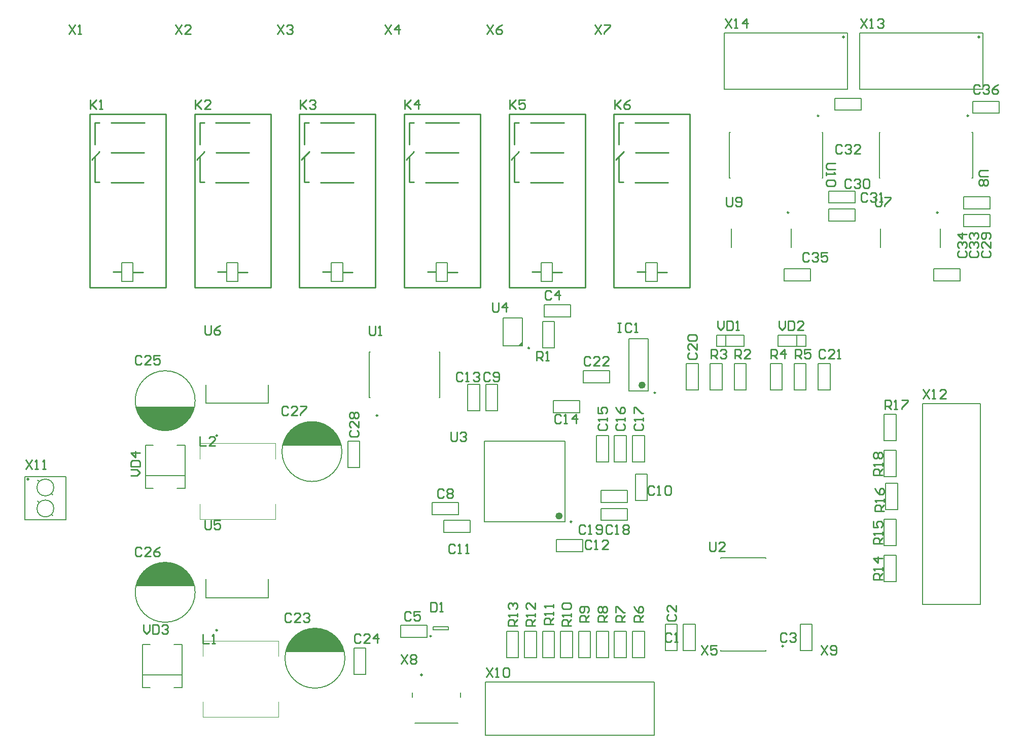
<source format=gbr>
%TF.GenerationSoftware,Altium Limited,Altium Designer,22.4.2 (48)*%
G04 Layer_Color=65535*
%FSLAX45Y45*%
%MOMM*%
%TF.SameCoordinates,A0FECCF5-906F-4CEA-98AF-48209DEEDFB4*%
%TF.FilePolarity,Positive*%
%TF.FileFunction,Legend,Top*%
%TF.Part,Single*%
G01*
G75*
%TA.AperFunction,NonConductor*%
%ADD45C,0.25000*%
%ADD46C,0.20000*%
%ADD47C,0.60000*%
%TA.AperFunction,OtherPad,Free Pad (160.826mm,116.706mm)*%
%ADD48C,0.50000*%
%TA.AperFunction,OtherPad,Free Pad (138.209mm,116.706mm)*%
%ADD49C,0.50000*%
%TA.AperFunction,OtherPad,Free Pad (2.1mm,42.85mm)*%
%ADD50C,0.50000*%
%TA.AperFunction,OtherPad,Free Pad (67.8mm,10.25mm)*%
%ADD51C,0.50000*%
%TA.AperFunction,NonConductor*%
%ADD52C,0.25400*%
%ADD53C,0.10000*%
G36*
X2990000Y2500000D02*
X2010000D01*
X2025000Y2560000D01*
X2050000Y2617500D01*
X2085000Y2680000D01*
X2120000Y2725000D01*
X2182500Y2787500D01*
X2240000Y2827500D01*
X2342500Y2877500D01*
X2435000Y2897500D01*
X2545000Y2900000D01*
X2617500Y2887500D01*
X2682500Y2867500D01*
X2762500Y2827500D01*
X2827500Y2777500D01*
X2895000Y2707500D01*
X2940000Y2635000D01*
X2985000Y2527500D01*
X2990000Y2502500D01*
Y2500000D01*
D02*
G37*
G36*
X2010000Y5500000D02*
X2990000D01*
X2975000Y5440000D01*
X2950000Y5382500D01*
X2915000Y5320000D01*
X2880000Y5275000D01*
X2817500Y5212500D01*
X2760000Y5172500D01*
X2657500Y5122500D01*
X2565000Y5102500D01*
X2455000Y5100000D01*
X2382500Y5112500D01*
X2317500Y5132500D01*
X2237500Y5172500D01*
X2172500Y5222500D01*
X2105000Y5292500D01*
X2060000Y5365000D01*
X2015000Y5472500D01*
X2010000Y5497500D01*
Y5500000D01*
D02*
G37*
G36*
X5490000Y1400000D02*
X4510000D01*
X4525000Y1460000D01*
X4550000Y1517500D01*
X4585000Y1580000D01*
X4620000Y1625000D01*
X4682500Y1687500D01*
X4740000Y1727500D01*
X4842500Y1777500D01*
X4935000Y1797500D01*
X5045000Y1800000D01*
X5117500Y1787500D01*
X5182500Y1767500D01*
X5262500Y1727500D01*
X5327500Y1677500D01*
X5395000Y1607500D01*
X5440000Y1535000D01*
X5485000Y1427500D01*
X5490000Y1402500D01*
Y1400000D01*
D02*
G37*
G36*
X5440000Y4850000D02*
X4460000D01*
X4475000Y4910000D01*
X4500000Y4967500D01*
X4535000Y5030000D01*
X4570000Y5075000D01*
X4632500Y5137500D01*
X4690000Y5177500D01*
X4792500Y5227500D01*
X4885000Y5247500D01*
X4995000Y5250000D01*
X5067500Y5237500D01*
X5132500Y5217500D01*
X5212500Y5177500D01*
X5277500Y5127500D01*
X5345000Y5057500D01*
X5390000Y4985000D01*
X5435000Y4877500D01*
X5440000Y4852500D01*
Y4850000D01*
D02*
G37*
G36*
X8459500Y6517500D02*
X8459497Y6589497D01*
X8387497Y6517497D01*
X8459500Y6517500D01*
D02*
G37*
D45*
X12820000Y1501500D02*
G03*
X12820000Y1501500I-12500J0D01*
G01*
X15401334Y8741651D02*
G03*
X15401334Y8741651I-12500J0D01*
G01*
X12911298D02*
G03*
X12911298Y8741651I-12500J0D01*
G01*
X15911000Y10357500D02*
G03*
X15911000Y10357500I-12500J0D01*
G01*
X13411000D02*
G03*
X13411000Y10357500I-12500J0D01*
G01*
X8582000Y6480000D02*
G03*
X8582000Y6480000I-12500J0D01*
G01*
X10685000Y5734000D02*
G03*
X10685000Y5734000I-12500J0D01*
G01*
X9287500Y3580000D02*
G03*
X9287500Y3580000I-12500J0D01*
G01*
X6048000Y5352500D02*
G03*
X6048000Y5352500I-12500J0D01*
G01*
X3372000Y5017500D02*
G03*
X3372000Y5017500I-12500J0D01*
G01*
Y1767500D02*
G03*
X3372000Y1767500I-12500J0D01*
G01*
X6942500Y1670000D02*
G03*
X6942500Y1670000I-12500J0D01*
G01*
D46*
X3000000Y5600000D02*
G03*
X3000000Y5600000I-500000J0D01*
G01*
X640000Y3800000D02*
G03*
X640000Y3800000I-140000J0D01*
G01*
Y4150000D02*
G03*
X640000Y4150000I-140000J0D01*
G01*
X5500000Y1300000D02*
G03*
X5500000Y1300000I-500000J0D01*
G01*
X3000000Y2400000D02*
G03*
X3000000Y2400000I-500000J0D01*
G01*
X5450000Y4750000D02*
G03*
X5450000Y4750000I-500000J0D01*
G01*
X11770000Y1420000D02*
X12530000D01*
X11770000Y2966000D02*
Y2980000D01*
Y1420000D02*
Y1434000D01*
Y2980000D02*
X12530000D01*
Y2966000D02*
Y2980000D01*
Y1420000D02*
Y1434000D01*
X10713901Y7589000D02*
Y7906502D01*
X10523901Y7589000D02*
Y7906502D01*
X10713901D01*
X10523901Y7589000D02*
X10713901D01*
X16271234Y8505474D02*
Y8705474D01*
X15831235Y8505474D02*
Y8705474D01*
Y8505474D02*
X16271234D01*
X15831235Y8705474D02*
X16271234D01*
Y8805474D02*
Y9005474D01*
X15831235Y8805474D02*
Y9005474D01*
Y8805474D02*
X16271234D01*
X15831235Y9005474D02*
X16271234D01*
X14020000Y8600000D02*
Y8800000D01*
X13580000Y8600000D02*
Y8800000D01*
Y8600000D02*
X14020000D01*
X13580000Y8800000D02*
X14020000D01*
X15439334Y8159151D02*
Y8474151D01*
X14439334Y8159151D02*
Y8474151D01*
X12949297Y8159151D02*
Y8474151D01*
X11949297Y8159151D02*
Y8474151D01*
X13680000Y10650000D02*
X14120000D01*
X13680000Y10450000D02*
X14120000D01*
X13680000D02*
Y10650000D01*
X14120000Y10450000D02*
Y10650000D01*
X15980000Y10600000D02*
X16420000D01*
X15980000Y10400000D02*
X16420000D01*
X15980000D02*
Y10600000D01*
X16420000Y10400000D02*
Y10600000D01*
X15330000Y7800000D02*
X15770000D01*
X15330000Y7600000D02*
X15770000D01*
X15330000D02*
Y7800000D01*
X15770000Y7600000D02*
Y7800000D01*
X12830000D02*
X13270000D01*
X12830000Y7600000D02*
X13270000D01*
X12830000D02*
Y7800000D01*
X13270000Y7600000D02*
Y7800000D01*
X13580000Y9100000D02*
X14020000D01*
X13580000Y8900000D02*
X14020000D01*
X13580000D02*
Y9100000D01*
X14020000Y8900000D02*
Y9100000D01*
X15980000Y9320000D02*
Y10080000D01*
X14420000Y9320000D02*
X14434000D01*
X15966000D02*
X15980000D01*
X14420000D02*
Y10080000D01*
X14434000D01*
X15966000D02*
X15980000D01*
X13480000Y9320000D02*
Y10080000D01*
X11920000Y9320000D02*
X11934000D01*
X13466000D02*
X13480000D01*
X11920000D02*
Y10080000D01*
X11934000D01*
X13466000D02*
X13480000D01*
X8830000Y7000000D02*
Y7200000D01*
X9270000Y7000000D02*
Y7200000D01*
X8830000D02*
X9270000D01*
X8830000Y7000000D02*
X9270000D01*
X8800000Y6480000D02*
Y6920000D01*
X9000000Y6480000D02*
Y6920000D01*
X8800000Y6480000D02*
X9000000D01*
X8800000Y6920000D02*
X9000000D01*
X16150127Y10803082D02*
Y11740582D01*
X14092627D02*
X16150127D01*
X14092627Y10803082D02*
Y11740582D01*
Y10803082D02*
X16150127D01*
X13888419D02*
Y11740582D01*
X11830919D02*
X13888419D01*
X11830919Y10803082D02*
Y11740582D01*
Y10803082D02*
X13888419D01*
X15140401Y2196600D02*
X16105600D01*
Y5549400D01*
X15140401D02*
X16105600D01*
X15140401Y2196600D02*
Y5549400D01*
X8139500Y6980000D02*
X8459500D01*
X8139500Y6517500D02*
Y6980000D01*
Y6517500D02*
X8459500D01*
Y6980000D01*
X6430000Y1650000D02*
X6870000D01*
X6430000Y1850000D02*
X6870000D01*
Y1650000D02*
Y1850000D01*
X6430000Y1650000D02*
Y1850000D01*
X9700000Y5020000D02*
X9900000D01*
X9700000Y4580000D02*
X9900000D01*
Y5020000D01*
X9700000Y4580000D02*
Y5020000D01*
X10000000D02*
X10200000D01*
X10000000Y4580000D02*
X10200000D01*
Y5020000D01*
X10000000Y4580000D02*
Y5020000D01*
X10300000D02*
X10500000D01*
X10300000Y4580000D02*
X10500000D01*
Y5020000D01*
X10300000Y4580000D02*
Y5020000D01*
X10350000Y3930000D02*
X10550000D01*
X10350000Y4370000D02*
X10550000D01*
X10350000Y3930000D02*
Y4370000D01*
X10550000Y3930000D02*
Y4370000D01*
X7550000Y5870000D02*
X7750000D01*
X7550000Y5430000D02*
X7750000D01*
Y5870000D01*
X7550000Y5430000D02*
Y5870000D01*
X5550000Y4480000D02*
Y4920000D01*
X5750000Y4480000D02*
Y4920000D01*
X5550000Y4480000D02*
X5750000D01*
X5550000Y4920000D02*
X5750000D01*
X2170000Y4860000D02*
X2300000D01*
X2170000Y4140000D02*
Y4860000D01*
Y4140000D02*
X2300000D01*
X2700000D02*
X2830000D01*
Y4860000D01*
X2700000D02*
X2830000D01*
X2170000Y4350000D02*
X2830000D01*
X10240000Y6637500D02*
X10560000D01*
X10240000Y5762500D02*
X10560000D01*
X10240000D02*
Y6637500D01*
X10560000Y5762500D02*
Y6637500D01*
X9175000Y3575000D02*
Y4925000D01*
X7825000Y3575000D02*
Y4925000D01*
Y3575000D02*
X9175000D01*
X7825000Y4925000D02*
X9175000D01*
X10220000Y3600000D02*
Y3800000D01*
X9780000Y3600000D02*
Y3800000D01*
Y3600000D02*
X10220000D01*
X9780000Y3800000D02*
X10220000D01*
Y3900000D02*
Y4100000D01*
X9780000Y3900000D02*
Y4100000D01*
Y3900000D02*
X10220000D01*
X9780000Y4100000D02*
X10220000D01*
X9420000Y5400000D02*
Y5600000D01*
X8980000Y5400000D02*
Y5600000D01*
Y5400000D02*
X9420000D01*
X8980000Y5600000D02*
X9420000D01*
X9470682Y3079199D02*
Y3279199D01*
X9030682Y3079199D02*
Y3279199D01*
Y3079199D02*
X9470682D01*
X9030682Y3279199D02*
X9470682D01*
X7595000Y3400000D02*
Y3600000D01*
X7155000Y3400000D02*
Y3600000D01*
Y3400000D02*
X7595000D01*
X7155000Y3600000D02*
X7595000D01*
X7850000Y5870000D02*
X8050000D01*
X7850000Y5430000D02*
X8050000D01*
Y5870000D01*
X7850000Y5430000D02*
Y5870000D01*
X6955000Y3700000D02*
Y3900000D01*
X7395000Y3700000D02*
Y3900000D01*
X6955000D02*
X7395000D01*
X6955000Y3700000D02*
X7395000D01*
X11150000Y1430000D02*
Y1870000D01*
X11350000Y1430000D02*
Y1870000D01*
X11150000Y1430000D02*
X11350000D01*
X11150000Y1870000D02*
X11350000D01*
X10850000Y1870000D02*
X11050000D01*
X10850000Y1430000D02*
X11050000D01*
Y1870000D01*
X10850000Y1430000D02*
Y1870000D01*
X8200000Y1753000D02*
X8400000D01*
X8200000Y1313000D02*
X8400000D01*
Y1753000D01*
X8200000Y1313000D02*
Y1753000D01*
X8500000Y1313000D02*
Y1753000D01*
X8700000Y1313000D02*
Y1753000D01*
X8500000Y1313000D02*
X8700000D01*
X8500000Y1753000D02*
X8700000D01*
X9100000D02*
X9300000D01*
X9100000Y1313000D02*
X9300000D01*
Y1753000D01*
X9100000Y1313000D02*
Y1753000D01*
X9700000D02*
X9900000D01*
X9700000Y1313000D02*
X9900000D01*
Y1753000D01*
X9700000Y1313000D02*
Y1753000D01*
X10000000D02*
X10200000D01*
X10000000Y1313000D02*
X10200000D01*
Y1753000D01*
X10000000Y1313000D02*
Y1753000D01*
X10300000D02*
X10500000D01*
X10300000Y1313000D02*
X10500000D01*
Y1753000D01*
X10300000Y1313000D02*
Y1753000D01*
X10665000Y10000D02*
Y900000D01*
X7842600D02*
X10665000D01*
X7842600Y10000D02*
Y900000D01*
Y10000D02*
X10665000D01*
X8800000Y1753000D02*
X9000000D01*
X8800000Y1313000D02*
X9000000D01*
Y1753000D01*
X8800000Y1313000D02*
Y1753000D01*
X9400000D02*
X9600000D01*
X9400000Y1313000D02*
X9600000D01*
Y1753000D01*
X9400000Y1313000D02*
Y1753000D01*
X14725000Y3780000D02*
Y4220000D01*
X14525000Y3780000D02*
Y4220000D01*
X14725000D01*
X14525000Y3780000D02*
X14725000D01*
X14500000Y4330000D02*
Y4770000D01*
X14700000Y4330000D02*
Y4770000D01*
X14500000Y4330000D02*
X14700000D01*
X14500000Y4770000D02*
X14700000D01*
Y3180000D02*
Y3620000D01*
X14500000Y3180000D02*
Y3620000D01*
X14700000D01*
X14500000Y3180000D02*
X14700000D01*
Y2580000D02*
Y3020000D01*
X14500000Y2580000D02*
Y3020000D01*
X14700000D01*
X14500000Y2580000D02*
X14700000D01*
X11400000Y5780000D02*
Y6220000D01*
X11199999Y5780000D02*
Y6220000D01*
X11400000D01*
X11199999Y5780000D02*
X11400000D01*
X13100000Y1430000D02*
Y1870000D01*
X13300000Y1430000D02*
Y1870000D01*
X13100000Y1430000D02*
X13300000D01*
X13100000Y1870000D02*
X13300000D01*
X14500000Y4930000D02*
X14700000D01*
X14500000Y5370000D02*
X14700000D01*
X14500000Y4930000D02*
Y5370000D01*
X14700000Y4930000D02*
Y5370000D01*
X12734999Y6510000D02*
Y6690000D01*
X13192500D01*
Y6510000D02*
Y6690000D01*
X12734999Y6510000D02*
X13192500D01*
X13039999D02*
Y6690000D01*
X12165000Y6510000D02*
Y6690000D01*
X11707499Y6510000D02*
X12165000D01*
X11707499D02*
Y6690000D01*
X12165000D01*
X11859999Y6510000D02*
Y6690000D01*
X5650000Y1470000D02*
X5850000D01*
X5650000Y1030000D02*
X5850000D01*
Y1470000D01*
X5650000Y1030000D02*
Y1470000D01*
X9480000Y5900000D02*
Y6100000D01*
X9920000Y5900000D02*
Y6100000D01*
X9480000D02*
X9920000D01*
X9480000Y5900000D02*
X9920000D01*
X13399998Y5780000D02*
X13599998D01*
X13399998Y6220000D02*
X13599998D01*
X13399998Y5780000D02*
Y6220000D01*
X13599998Y5780000D02*
Y6220000D01*
X12999998D02*
X13200000D01*
X12999998Y5780000D02*
X13200000D01*
Y6220000D01*
X12999998Y5780000D02*
Y6220000D01*
X12599999D02*
X12800000D01*
X12599999Y5780000D02*
X12800000D01*
Y6220000D01*
X12599999Y5780000D02*
Y6220000D01*
X11599999D02*
X11800000D01*
X11599999Y5780000D02*
X11800000D01*
Y6220000D01*
X11599999Y5780000D02*
Y6220000D01*
X11999999D02*
X12199999D01*
X11999999Y5780000D02*
X12199999D01*
Y6220000D01*
X11999999Y5780000D02*
Y6220000D01*
X5908500Y5650000D02*
X5920500D01*
X7071500D02*
X7083500D01*
Y6410000D01*
X5908500D02*
X5920500D01*
X7071500D02*
X7083500D01*
X5908500Y5650000D02*
Y6410000D01*
X4220500Y5555500D02*
Y5867500D01*
X3179500Y5555500D02*
X4220500D01*
X3179500D02*
Y5867500D01*
X4220500Y2305500D02*
Y2617500D01*
X3179500Y2305500D02*
X4220500D01*
X3179500D02*
Y2617500D01*
X373351Y3920894D02*
X392557Y3902561D01*
X607443Y3697439D02*
X626649Y3679106D01*
X607443Y4047439D02*
X626649Y4029106D01*
X373351Y4270894D02*
X392557Y4252561D01*
X160000Y3615000D02*
Y4335000D01*
Y3615000D02*
X839997D01*
Y4335000D01*
X160000D02*
X839997D01*
X2120000Y1020000D02*
X2780000D01*
X2650000Y1530000D02*
X2780000D01*
Y810000D02*
Y1530000D01*
X2650000Y810000D02*
X2780000D01*
X2120000D02*
X2250000D01*
X2120000D02*
Y1530000D01*
X2250000D01*
X6970000Y1825000D02*
X7230000D01*
X6970000Y1775000D02*
X7230000D01*
Y1825000D01*
X6970000Y1775000D02*
Y1825000D01*
X6630000Y645000D02*
Y725000D01*
X7430000Y645000D02*
Y725000D01*
X6670000Y215000D02*
X7390000D01*
X1773901Y7589000D02*
X1963901D01*
X1773901Y7906502D02*
X1963901D01*
X1773901Y7589000D02*
Y7906502D01*
X1963901Y7589000D02*
Y7906502D01*
X3523901Y7589000D02*
X3713901D01*
X3523901Y7906502D02*
X3713901D01*
X3523901Y7589000D02*
Y7906502D01*
X3713901Y7589000D02*
Y7906502D01*
X5273901Y7589000D02*
X5463901D01*
X5273901Y7906502D02*
X5463901D01*
X5273901Y7589000D02*
Y7906502D01*
X5463901Y7589000D02*
Y7906502D01*
X7023901Y7589000D02*
X7213901D01*
X7023901Y7906502D02*
X7213901D01*
X7023901Y7589000D02*
Y7906502D01*
X7213901Y7589000D02*
Y7906502D01*
X8773901Y7589000D02*
X8963901D01*
X8773901Y7906502D02*
X8963901D01*
X8773901Y7589000D02*
Y7906502D01*
X8963901Y7589000D02*
Y7906502D01*
D47*
X10490000Y5860000D02*
G03*
X10490000Y5860000I-30000J0D01*
G01*
X9105000Y3675000D02*
G03*
X9105000Y3675000I-30000J0D01*
G01*
D48*
X16082626Y11670581D02*
D03*
D49*
X13820918D02*
D03*
D50*
X209998Y4285000D02*
D03*
D51*
X6780000Y1025000D02*
D03*
D52*
X9990000Y7487200D02*
X11260000D01*
X9990000Y10382800D02*
X11260000D01*
Y7487200D02*
Y10382800D01*
X9990000Y7487200D02*
Y10382800D01*
X10025000Y9625000D02*
X10155000Y9755000D01*
X10075000Y9875000D02*
Y10245000D01*
X10152500D01*
X10075000Y9250000D02*
Y9665000D01*
X10075000Y9250000D02*
X10075000Y9250000D01*
X10075000Y9250000D02*
X10152500D01*
X10345000Y10245000D02*
X10905000D01*
X10350000Y9745000D02*
X10900000D01*
X10345000Y9245000D02*
X10890000D01*
X10377350Y7747750D02*
X10517500D01*
X10718901Y7745250D02*
X10877650Y7745250D01*
X1968901Y7745250D02*
X2127650Y7745250D01*
X1627350Y7747750D02*
X1767500D01*
X1595000Y9245000D02*
X2140000D01*
X1600000Y9745000D02*
X2150000D01*
X1595000Y10245000D02*
X2155000D01*
X1325000Y9250000D02*
X1402500D01*
X1325000D02*
X1325000Y9250000D01*
Y9665000D01*
Y10245000D02*
X1402500D01*
X1325000Y9875000D02*
Y10245000D01*
X1275000Y9625000D02*
X1405000Y9755000D01*
X1240000Y7487200D02*
Y10382800D01*
X2510000Y7487200D02*
Y10382800D01*
X1240000D02*
X2510000D01*
X1240000Y7487200D02*
X2510000D01*
X3718900Y7745250D02*
X3877650Y7745250D01*
X3377350Y7747750D02*
X3517500D01*
X3345000Y9245000D02*
X3890000D01*
X3350000Y9745000D02*
X3900000D01*
X3345000Y10245000D02*
X3905000D01*
X3075000Y9250000D02*
X3152500D01*
X3075000D02*
X3075000Y9250000D01*
Y9665000D01*
Y10245000D02*
X3152500D01*
X3075000Y9875000D02*
Y10245000D01*
X3025000Y9625000D02*
X3155000Y9755000D01*
X2990000Y7487200D02*
Y10382800D01*
X4260000Y7487200D02*
Y10382800D01*
X2990000D02*
X4260000D01*
X2990000Y7487200D02*
X4260000D01*
X5468900Y7745250D02*
X5627650Y7745250D01*
X5127350Y7747750D02*
X5267500D01*
X5095000Y9245000D02*
X5640000D01*
X5100000Y9745000D02*
X5650000D01*
X5095000Y10245000D02*
X5655000D01*
X4825000Y9250000D02*
X4902500D01*
X4825000D02*
X4825000Y9250000D01*
Y9665000D01*
Y10245000D02*
X4902500D01*
X4825000Y9875000D02*
Y10245000D01*
X4775000Y9625000D02*
X4905000Y9755000D01*
X4740000Y7487200D02*
Y10382800D01*
X6010000Y7487200D02*
Y10382800D01*
X4740000D02*
X6010000D01*
X4740000Y7487200D02*
X6010000D01*
X7218900Y7745250D02*
X7377650Y7745250D01*
X6877350Y7747750D02*
X7017500D01*
X6845000Y9245000D02*
X7390000D01*
X6850000Y9745000D02*
X7400000D01*
X6845000Y10245000D02*
X7405000D01*
X6575000Y9250000D02*
X6652500D01*
X6575000D02*
X6575000Y9250000D01*
Y9665000D01*
Y10245000D02*
X6652500D01*
X6575000Y9875000D02*
Y10245000D01*
X6525000Y9625000D02*
X6655000Y9755000D01*
X6490000Y7487200D02*
Y10382800D01*
X7760000Y7487200D02*
Y10382800D01*
X6490000D02*
X7760000D01*
X6490000Y7487200D02*
X7760000D01*
X8968901Y7745250D02*
X9127650Y7745250D01*
X8627350Y7747750D02*
X8767500D01*
X8595000Y9245000D02*
X9140000D01*
X8600000Y9745000D02*
X9150000D01*
X8595000Y10245000D02*
X9155000D01*
X8325000Y9250000D02*
X8402500D01*
X8325000D02*
X8325000Y9250000D01*
Y9665000D01*
Y10245000D02*
X8402500D01*
X8325000Y9875000D02*
Y10245000D01*
X8275000Y9625000D02*
X8405000Y9755000D01*
X8240000Y7487200D02*
Y10382800D01*
X9510000Y7487200D02*
Y10382800D01*
X8240000D02*
X9510000D01*
X8240000Y7487200D02*
X9510000D01*
X11869420Y8994091D02*
Y8867132D01*
X11894812Y8841740D01*
X11945595D01*
X11970987Y8867132D01*
Y8994091D01*
X12021771Y8867132D02*
X12047163Y8841740D01*
X12097946D01*
X12123338Y8867132D01*
Y8968699D01*
X12097946Y8994091D01*
X12047163D01*
X12021771Y8968699D01*
Y8943307D01*
X12047163Y8917915D01*
X12123338D01*
X16098433Y10850783D02*
X16073041Y10876175D01*
X16022258D01*
X15996866Y10850783D01*
Y10749216D01*
X16022258Y10723825D01*
X16073041D01*
X16098433Y10749216D01*
X16149217Y10850783D02*
X16174608Y10876175D01*
X16225392D01*
X16250784Y10850783D01*
Y10825392D01*
X16225392Y10800000D01*
X16200000D01*
X16225392D01*
X16250784Y10774608D01*
Y10749216D01*
X16225392Y10723825D01*
X16174608D01*
X16149217Y10749216D01*
X16403136Y10876175D02*
X16352351Y10850783D01*
X16301567Y10800000D01*
Y10749216D01*
X16326959Y10723825D01*
X16377744D01*
X16403136Y10749216D01*
Y10774608D01*
X16377744Y10800000D01*
X16301567D01*
X14223825Y9050784D02*
X14198433Y9076175D01*
X14147650D01*
X14122258Y9050784D01*
Y8949217D01*
X14147650Y8923825D01*
X14198433D01*
X14223825Y8949217D01*
X14274608Y9050784D02*
X14300000Y9076175D01*
X14350784D01*
X14376176Y9050784D01*
Y9025392D01*
X14350784Y9000000D01*
X14325392D01*
X14350784D01*
X14376176Y8974608D01*
Y8949217D01*
X14350784Y8923825D01*
X14300000D01*
X14274608Y8949217D01*
X14426959Y8923825D02*
X14477744D01*
X14452351D01*
Y9076175D01*
X14426959Y9050784D01*
X16149217Y8098433D02*
X16123825Y8073041D01*
Y8022258D01*
X16149217Y7996866D01*
X16250784D01*
X16276175Y8022258D01*
Y8073041D01*
X16250784Y8098433D01*
X16276175Y8250784D02*
Y8149217D01*
X16174608Y8250784D01*
X16149217D01*
X16123825Y8225392D01*
Y8174608D01*
X16149217Y8149217D01*
X16250784Y8301567D02*
X16276175Y8326959D01*
Y8377743D01*
X16250784Y8403135D01*
X16149217D01*
X16123825Y8377743D01*
Y8326959D01*
X16149217Y8301567D01*
X16174608D01*
X16200000Y8326959D01*
Y8403135D01*
X15749216Y8098433D02*
X15723825Y8073041D01*
Y8022258D01*
X15749216Y7996866D01*
X15850783D01*
X15876175Y8022258D01*
Y8073041D01*
X15850783Y8098433D01*
X15749216Y8149217D02*
X15723825Y8174608D01*
Y8225392D01*
X15749216Y8250784D01*
X15774608D01*
X15800000Y8225392D01*
Y8200000D01*
Y8225392D01*
X15825392Y8250784D01*
X15850783D01*
X15876175Y8225392D01*
Y8174608D01*
X15850783Y8149217D01*
X15876175Y8377743D02*
X15723825D01*
X15800000Y8301567D01*
Y8403135D01*
X13948433Y9275783D02*
X13923041Y9301175D01*
X13872258D01*
X13846866Y9275783D01*
Y9174216D01*
X13872258Y9148824D01*
X13923041D01*
X13948433Y9174216D01*
X13999217Y9275783D02*
X14024608Y9301175D01*
X14075392D01*
X14100784Y9275783D01*
Y9250392D01*
X14075392Y9225000D01*
X14050000D01*
X14075392D01*
X14100784Y9199608D01*
Y9174216D01*
X14075392Y9148824D01*
X14024608D01*
X13999217Y9174216D01*
X14151567Y9275783D02*
X14176959Y9301175D01*
X14227744D01*
X14253136Y9275783D01*
Y9174216D01*
X14227744Y9148824D01*
X14176959D01*
X14151567Y9174216D01*
Y9275783D01*
X13798433Y9850783D02*
X13773041Y9876175D01*
X13722258D01*
X13696866Y9850783D01*
Y9749216D01*
X13722258Y9723825D01*
X13773041D01*
X13798433Y9749216D01*
X13849216Y9850783D02*
X13874608Y9876175D01*
X13925392D01*
X13950784Y9850783D01*
Y9825392D01*
X13925392Y9800000D01*
X13900000D01*
X13925392D01*
X13950784Y9774608D01*
Y9749216D01*
X13925392Y9723825D01*
X13874608D01*
X13849216Y9749216D01*
X14103134Y9723825D02*
X14001567D01*
X14103134Y9825392D01*
Y9850783D01*
X14077742Y9876175D01*
X14026959D01*
X14001567Y9850783D01*
X13248433Y8050783D02*
X13223041Y8076175D01*
X13172258D01*
X13146866Y8050783D01*
Y7949217D01*
X13172258Y7923825D01*
X13223041D01*
X13248433Y7949217D01*
X13299217Y8050783D02*
X13324609Y8076175D01*
X13375392D01*
X13400784Y8050783D01*
Y8025392D01*
X13375392Y8000000D01*
X13350000D01*
X13375392D01*
X13400784Y7974608D01*
Y7949217D01*
X13375392Y7923825D01*
X13324609D01*
X13299217Y7949217D01*
X13553136Y8076175D02*
X13451567D01*
Y8000000D01*
X13502351Y8025392D01*
X13527744D01*
X13553136Y8000000D01*
Y7949217D01*
X13527744Y7923825D01*
X13476959D01*
X13451567Y7949217D01*
X15949216Y8098433D02*
X15923824Y8073041D01*
Y8022258D01*
X15949216Y7996866D01*
X16050783D01*
X16076175Y8022258D01*
Y8073041D01*
X16050783Y8098433D01*
X15949216Y8149216D02*
X15923824Y8174608D01*
Y8225392D01*
X15949216Y8250784D01*
X15974608D01*
X16000000Y8225392D01*
Y8200000D01*
Y8225392D01*
X16025392Y8250784D01*
X16050783D01*
X16076175Y8225392D01*
Y8174608D01*
X16050783Y8149216D01*
X15949216Y8301567D02*
X15923824Y8326959D01*
Y8377742D01*
X15949216Y8403134D01*
X15974608D01*
X16000000Y8377742D01*
Y8352351D01*
Y8377742D01*
X16025392Y8403134D01*
X16050783D01*
X16076175Y8377742D01*
Y8326959D01*
X16050783Y8301567D01*
X11846519Y11978052D02*
X11948086Y11825702D01*
Y11978052D02*
X11846519Y11825702D01*
X11998870D02*
X12049653D01*
X12024262D01*
Y11978052D01*
X11998870Y11952660D01*
X12202004Y11825702D02*
Y11978052D01*
X12125829Y11901877D01*
X12227396D01*
X14107207Y11979932D02*
X14208774Y11827581D01*
Y11979932D02*
X14107207Y11827581D01*
X14259557D02*
X14310341D01*
X14284949D01*
Y11979932D01*
X14259557Y11954540D01*
X14386516D02*
X14411908Y11979932D01*
X14462691D01*
X14488083Y11954540D01*
Y11929149D01*
X14462691Y11903757D01*
X14437300D01*
X14462691D01*
X14488083Y11878365D01*
Y11852973D01*
X14462691Y11827581D01*
X14411908D01*
X14386516Y11852973D01*
X13689674Y9560438D02*
X13562717D01*
X13537325Y9535046D01*
Y9484263D01*
X13562717Y9458871D01*
X13689674D01*
X13537325Y9408087D02*
Y9357304D01*
Y9382695D01*
X13689674D01*
X13664284Y9408087D01*
Y9281129D02*
X13689674Y9255737D01*
Y9204953D01*
X13664284Y9179561D01*
X13562717D01*
X13537325Y9204953D01*
Y9255737D01*
X13562717Y9281129D01*
X13664284D01*
X16235675Y9446959D02*
X16108717D01*
X16083325Y9421567D01*
Y9370783D01*
X16108717Y9345392D01*
X16235675D01*
X16210284Y9294608D02*
X16235675Y9269216D01*
Y9218433D01*
X16210284Y9193041D01*
X16184892D01*
X16159500Y9218433D01*
X16134108Y9193041D01*
X16108717D01*
X16083325Y9218433D01*
Y9269216D01*
X16108717Y9294608D01*
X16134108D01*
X16159500Y9269216D01*
X16184892Y9294608D01*
X16210284D01*
X16159500Y9269216D02*
Y9218433D01*
X14358620Y8994091D02*
Y8867132D01*
X14384012Y8841740D01*
X14434795D01*
X14460187Y8867132D01*
Y8994091D01*
X14510971D02*
X14612538D01*
Y8968699D01*
X14510971Y8867132D01*
Y8841740D01*
X15156180Y5788611D02*
X15257747Y5636260D01*
Y5788611D02*
X15156180Y5636260D01*
X15308531D02*
X15359314D01*
X15333923D01*
Y5788611D01*
X15308531Y5763219D01*
X15537057Y5636260D02*
X15435490D01*
X15537057Y5737827D01*
Y5763219D01*
X15511665Y5788611D01*
X15460881D01*
X15435490Y5763219D01*
X8698433Y6273825D02*
Y6426175D01*
X8774608D01*
X8800000Y6400783D01*
Y6350000D01*
X8774608Y6324608D01*
X8698433D01*
X8749216D02*
X8800000Y6273825D01*
X8850784D02*
X8901567D01*
X8876176D01*
Y6426175D01*
X8850784Y6400783D01*
X8945847Y7414219D02*
X8920455Y7439611D01*
X8869672D01*
X8844280Y7414219D01*
Y7312652D01*
X8869672Y7287260D01*
X8920455D01*
X8945847Y7312652D01*
X9072806Y7287260D02*
Y7439611D01*
X8996631Y7363435D01*
X9098198D01*
X7967980Y7233871D02*
Y7106912D01*
X7993372Y7081520D01*
X8044155D01*
X8069547Y7106912D01*
Y7233871D01*
X8196506Y7081520D02*
Y7233871D01*
X8120331Y7157695D01*
X8221898D01*
X2103087Y6327099D02*
X2077695Y6352491D01*
X2026912D01*
X2001520Y6327099D01*
Y6225532D01*
X2026912Y6200140D01*
X2077695D01*
X2103087Y6225532D01*
X2255438Y6200140D02*
X2153871D01*
X2255438Y6301707D01*
Y6327099D01*
X2230046Y6352491D01*
X2179263D01*
X2153871Y6327099D01*
X2407789Y6352491D02*
X2306221D01*
Y6276315D01*
X2357005Y6301707D01*
X2382397D01*
X2407789Y6276315D01*
Y6225532D01*
X2382397Y6200140D01*
X2331613D01*
X2306221Y6225532D01*
X10899216Y2024608D02*
X10873825Y1999216D01*
Y1948432D01*
X10899216Y1923041D01*
X11000783D01*
X11026175Y1948432D01*
Y1999216D01*
X11000783Y2024608D01*
X11026175Y2176959D02*
Y2075391D01*
X10924608Y2176959D01*
X10899216D01*
X10873825Y2151567D01*
Y2100783D01*
X10899216Y2075391D01*
X10950000Y1700783D02*
X10924609Y1726175D01*
X10873825D01*
X10848433Y1700783D01*
Y1599217D01*
X10873825Y1573825D01*
X10924609D01*
X10950000Y1599217D01*
X11000784Y1573825D02*
X11051567D01*
X11026176D01*
Y1726175D01*
X11000784Y1700783D01*
X12874608D02*
X12849216Y1726175D01*
X12798433D01*
X12773041Y1700783D01*
Y1599217D01*
X12798433Y1573825D01*
X12849216D01*
X12874608Y1599217D01*
X12925392Y1700783D02*
X12950784Y1726175D01*
X13001567D01*
X13026959Y1700783D01*
Y1675392D01*
X13001567Y1650000D01*
X12976175D01*
X13001567D01*
X13026959Y1624608D01*
Y1599217D01*
X13001567Y1573825D01*
X12950784D01*
X12925392Y1599217D01*
X7858760Y1137871D02*
X7960327Y985520D01*
Y1137871D02*
X7858760Y985520D01*
X8011111D02*
X8061894D01*
X8036503D01*
Y1137871D01*
X8011111Y1112479D01*
X8138070D02*
X8163461Y1137871D01*
X8214245D01*
X8239637Y1112479D01*
Y1010912D01*
X8214245Y985520D01*
X8163461D01*
X8138070Y1010912D01*
Y1112479D01*
X5599216Y5098433D02*
X5573825Y5073041D01*
Y5022258D01*
X5599216Y4996866D01*
X5700783D01*
X5726175Y5022258D01*
Y5073041D01*
X5700783Y5098433D01*
X5726175Y5250784D02*
Y5149217D01*
X5624608Y5250784D01*
X5599216D01*
X5573825Y5225392D01*
Y5174608D01*
X5599216Y5149217D01*
Y5301567D02*
X5573825Y5326959D01*
Y5377743D01*
X5599216Y5403134D01*
X5624608D01*
X5650000Y5377743D01*
X5675392Y5403134D01*
X5700783D01*
X5726175Y5377743D01*
Y5326959D01*
X5700783Y5301567D01*
X5675392D01*
X5650000Y5326959D01*
X5624608Y5301567D01*
X5599216D01*
X5650000Y5326959D02*
Y5377743D01*
X5765767Y1683979D02*
X5740375Y1709371D01*
X5689592D01*
X5664200Y1683979D01*
Y1582412D01*
X5689592Y1557020D01*
X5740375D01*
X5765767Y1582412D01*
X5918118Y1557020D02*
X5816551D01*
X5918118Y1658587D01*
Y1683979D01*
X5892726Y1709371D01*
X5841943D01*
X5816551Y1683979D01*
X6045077Y1557020D02*
Y1709371D01*
X5968901Y1633195D01*
X6070469D01*
X8376175Y1842561D02*
X8223825D01*
Y1918737D01*
X8249216Y1944129D01*
X8300000D01*
X8325392Y1918737D01*
Y1842561D01*
Y1893345D02*
X8376175Y1944129D01*
Y1994912D02*
Y2045696D01*
Y2020304D01*
X8223825D01*
X8249216Y1994912D01*
Y2121871D02*
X8223825Y2147263D01*
Y2198046D01*
X8249216Y2223438D01*
X8274608D01*
X8300000Y2198046D01*
Y2172655D01*
Y2198046D01*
X8325392Y2223438D01*
X8350783D01*
X8376175Y2198046D01*
Y2147263D01*
X8350783Y2121871D01*
X8676175Y1842562D02*
X8523825D01*
Y1918737D01*
X8549217Y1944129D01*
X8600000D01*
X8625392Y1918737D01*
Y1842562D01*
Y1893345D02*
X8676175Y1944129D01*
Y1994912D02*
Y2045696D01*
Y2020304D01*
X8523825D01*
X8549217Y1994912D01*
X8676175Y2223439D02*
Y2121871D01*
X8574608Y2223439D01*
X8549217D01*
X8523825Y2198047D01*
Y2147263D01*
X8549217Y2121871D01*
X10053700Y6893511D02*
X10104483D01*
X10079092D01*
Y6741160D01*
X10053700D01*
X10104483D01*
X10282226Y6868119D02*
X10256834Y6893511D01*
X10206051D01*
X10180659Y6868119D01*
Y6766552D01*
X10206051Y6741160D01*
X10256834D01*
X10282226Y6766552D01*
X10333010Y6741160D02*
X10383793D01*
X10358401D01*
Y6893511D01*
X10333010Y6868119D01*
X6441440Y1358851D02*
X6543007Y1206500D01*
Y1358851D02*
X6441440Y1206500D01*
X6593791Y1333459D02*
X6619183Y1358851D01*
X6669966D01*
X6695358Y1333459D01*
Y1308067D01*
X6669966Y1282675D01*
X6695358Y1257283D01*
Y1231892D01*
X6669966Y1206500D01*
X6619183D01*
X6593791Y1231892D01*
Y1257283D01*
X6619183Y1282675D01*
X6593791Y1308067D01*
Y1333459D01*
X6619183Y1282675D02*
X6669966D01*
X175260Y4607511D02*
X276827Y4455160D01*
Y4607511D02*
X175260Y4455160D01*
X327611D02*
X378394D01*
X353003D01*
Y4607511D01*
X327611Y4582119D01*
X454570Y4455160D02*
X505353D01*
X479961D01*
Y4607511D01*
X454570Y4582119D01*
X1923824Y4346866D02*
X2025392D01*
X2076175Y4397649D01*
X2025392Y4448433D01*
X1923824D01*
Y4499216D02*
X2076175D01*
Y4575392D01*
X2050783Y4600784D01*
X1949216D01*
X1923824Y4575392D01*
Y4499216D01*
X2076175Y4727742D02*
X1923824D01*
X2000000Y4651567D01*
Y4753134D01*
X2135100Y1859231D02*
Y1757663D01*
X2185883Y1706880D01*
X2236667Y1757663D01*
Y1859231D01*
X2287451D02*
Y1706880D01*
X2363626D01*
X2389018Y1732272D01*
Y1833839D01*
X2363626Y1859231D01*
X2287451D01*
X2439801Y1833839D02*
X2465193Y1859231D01*
X2515977D01*
X2541369Y1833839D01*
Y1808447D01*
X2515977Y1783055D01*
X2490585D01*
X2515977D01*
X2541369Y1757663D01*
Y1732272D01*
X2515977Y1706880D01*
X2465193D01*
X2439801Y1732272D01*
X3164840Y6852871D02*
Y6725912D01*
X3190232Y6700520D01*
X3241015D01*
X3266407Y6725912D01*
Y6852871D01*
X3418758D02*
X3367974Y6827479D01*
X3317191Y6776695D01*
Y6725912D01*
X3342583Y6700520D01*
X3393366D01*
X3418758Y6725912D01*
Y6751303D01*
X3393366Y6776695D01*
X3317191D01*
X3164840Y3601671D02*
Y3474712D01*
X3190232Y3449320D01*
X3241015D01*
X3266407Y3474712D01*
Y3601671D01*
X3418758D02*
X3317191D01*
Y3525495D01*
X3367974Y3550887D01*
X3393366D01*
X3418758Y3525495D01*
Y3474712D01*
X3393366Y3449320D01*
X3342583D01*
X3317191Y3474712D01*
X9876176Y1906041D02*
X9723825D01*
Y1982217D01*
X9749217Y2007608D01*
X9800000D01*
X9825392Y1982217D01*
Y1906041D01*
Y1956825D02*
X9876176Y2007608D01*
X9749217Y2058392D02*
X9723825Y2083784D01*
Y2134567D01*
X9749217Y2159959D01*
X9774608D01*
X9800000Y2134567D01*
X9825392Y2159959D01*
X9850784D01*
X9876176Y2134567D01*
Y2083784D01*
X9850784Y2058392D01*
X9825392D01*
X9800000Y2083784D01*
X9774608Y2058392D01*
X9749217D01*
X9800000Y2083784D02*
Y2134567D01*
X9576175Y1906041D02*
X9423825D01*
Y1982217D01*
X9449217Y2007608D01*
X9500000D01*
X9525392Y1982217D01*
Y1906041D01*
Y1956825D02*
X9576175Y2007608D01*
X9550784Y2058392D02*
X9576175Y2083784D01*
Y2134567D01*
X9550784Y2159959D01*
X9449217D01*
X9423825Y2134567D01*
Y2083784D01*
X9449217Y2058392D01*
X9474608D01*
X9500000Y2083784D01*
Y2159959D01*
X8976175Y1867954D02*
X8823825D01*
Y1944129D01*
X8849216Y1969521D01*
X8900000D01*
X8925392Y1944129D01*
Y1867954D01*
Y1918737D02*
X8976175Y1969521D01*
Y2020304D02*
Y2071088D01*
Y2045696D01*
X8823825D01*
X8849216Y2020304D01*
X8976175Y2147263D02*
Y2198047D01*
Y2172655D01*
X8823825D01*
X8849216Y2147263D01*
X9276176Y1842562D02*
X9123825D01*
Y1918737D01*
X9149217Y1944129D01*
X9200000D01*
X9225392Y1918737D01*
Y1842562D01*
Y1893345D02*
X9276176Y1944129D01*
Y1994912D02*
Y2045696D01*
Y2020304D01*
X9123825D01*
X9149217Y1994912D01*
Y2121871D02*
X9123825Y2147263D01*
Y2198047D01*
X9149217Y2223439D01*
X9250784D01*
X9276176Y2198047D01*
Y2147263D01*
X9250784Y2121871D01*
X9149217D01*
X10176175Y1906041D02*
X10023825D01*
Y1982217D01*
X10049217Y2007608D01*
X10100000D01*
X10125392Y1982217D01*
Y1906041D01*
Y1956825D02*
X10176175Y2007608D01*
X10023825Y2058392D02*
Y2159959D01*
X10049217D01*
X10150784Y2058392D01*
X10176175D01*
X14516100Y5455920D02*
Y5608271D01*
X14592274D01*
X14617667Y5582879D01*
Y5532095D01*
X14592274Y5506703D01*
X14516100D01*
X14566882D02*
X14617667Y5455920D01*
X14668451D02*
X14719234D01*
X14693843D01*
Y5608271D01*
X14668451Y5582879D01*
X14795410Y5608271D02*
X14896977D01*
Y5582879D01*
X14795410Y5481312D01*
Y5455920D01*
X14476175Y4359562D02*
X14323824D01*
Y4435737D01*
X14349216Y4461129D01*
X14400000D01*
X14425392Y4435737D01*
Y4359562D01*
Y4410345D02*
X14476175Y4461129D01*
Y4511912D02*
Y4562696D01*
Y4537304D01*
X14323824D01*
X14349216Y4511912D01*
Y4638871D02*
X14323824Y4664263D01*
Y4715046D01*
X14349216Y4740438D01*
X14374608D01*
X14400000Y4715046D01*
X14425392Y4740438D01*
X14450783D01*
X14476175Y4715046D01*
Y4664263D01*
X14450783Y4638871D01*
X14425392D01*
X14400000Y4664263D01*
X14374608Y4638871D01*
X14349216D01*
X14400000Y4664263D02*
Y4715046D01*
X14476175Y3209562D02*
X14323824D01*
Y3285737D01*
X14349216Y3311129D01*
X14400000D01*
X14425392Y3285737D01*
Y3209562D01*
Y3260345D02*
X14476175Y3311129D01*
Y3361912D02*
Y3412696D01*
Y3387304D01*
X14323824D01*
X14349216Y3361912D01*
X14323824Y3590438D02*
Y3488871D01*
X14400000D01*
X14374608Y3539655D01*
Y3565046D01*
X14400000Y3590438D01*
X14450783D01*
X14476175Y3565046D01*
Y3514263D01*
X14450783Y3488871D01*
X14501175Y3759562D02*
X14348824D01*
Y3835737D01*
X14374216Y3861129D01*
X14425000D01*
X14450392Y3835737D01*
Y3759562D01*
Y3810345D02*
X14501175Y3861129D01*
Y3911912D02*
Y3962696D01*
Y3937304D01*
X14348824D01*
X14374216Y3911912D01*
X14348824Y4140439D02*
X14374216Y4089655D01*
X14425000Y4038871D01*
X14475783D01*
X14501175Y4064263D01*
Y4115047D01*
X14475783Y4140439D01*
X14450392D01*
X14425000Y4115047D01*
Y4038871D01*
X14476175Y2609562D02*
X14323825D01*
Y2685737D01*
X14349216Y2711129D01*
X14400000D01*
X14425392Y2685737D01*
Y2609562D01*
Y2660345D02*
X14476175Y2711129D01*
Y2761912D02*
Y2812696D01*
Y2787304D01*
X14323825D01*
X14349216Y2761912D01*
X14476175Y2965047D02*
X14323825D01*
X14400000Y2888871D01*
Y2990439D01*
X3079980Y4998671D02*
Y4846320D01*
X3181547D01*
X3333898D02*
X3232331D01*
X3333898Y4947887D01*
Y4973279D01*
X3308506Y4998671D01*
X3257722D01*
X3232331Y4973279D01*
X3131640Y1697471D02*
Y1545120D01*
X3233207D01*
X3283990D02*
X3334774D01*
X3309382D01*
Y1697471D01*
X3283990Y1672079D01*
X6931140Y2233271D02*
Y2080920D01*
X7007315D01*
X7032707Y2106312D01*
Y2207879D01*
X7007315Y2233271D01*
X6931140D01*
X7083491Y2080920D02*
X7134274D01*
X7108883D01*
Y2233271D01*
X7083491Y2207879D01*
X6599608Y2050784D02*
X6574216Y2076175D01*
X6523433D01*
X6498041Y2050784D01*
Y1949217D01*
X6523433Y1923825D01*
X6574216D01*
X6599608Y1949217D01*
X6751959Y2076175D02*
X6650392D01*
Y2000000D01*
X6701175Y2025392D01*
X6726567D01*
X6751959Y2000000D01*
Y1949217D01*
X6726567Y1923825D01*
X6675784D01*
X6650392Y1949217D01*
X2103087Y3129239D02*
X2077695Y3154631D01*
X2026912D01*
X2001520Y3129239D01*
Y3027672D01*
X2026912Y3002280D01*
X2077695D01*
X2103087Y3027672D01*
X2255438Y3002280D02*
X2153871D01*
X2255438Y3103847D01*
Y3129239D01*
X2230046Y3154631D01*
X2179263D01*
X2153871Y3129239D01*
X2407789Y3154631D02*
X2357005Y3129239D01*
X2306221Y3078455D01*
Y3027672D01*
X2331613Y3002280D01*
X2382397D01*
X2407789Y3027672D01*
Y3053063D01*
X2382397Y3078455D01*
X2306221D01*
X4551647Y5478739D02*
X4526255Y5504131D01*
X4475472D01*
X4450080Y5478739D01*
Y5377172D01*
X4475472Y5351780D01*
X4526255D01*
X4551647Y5377172D01*
X4703998Y5351780D02*
X4602431D01*
X4703998Y5453347D01*
Y5478739D01*
X4678606Y5504131D01*
X4627823D01*
X4602431Y5478739D01*
X4754781Y5504131D02*
X4856349D01*
Y5478739D01*
X4754781Y5377172D01*
Y5351780D01*
X4602447Y2026879D02*
X4577055Y2052271D01*
X4526272D01*
X4500880Y2026879D01*
Y1925312D01*
X4526272Y1899920D01*
X4577055D01*
X4602447Y1925312D01*
X4754798Y1899920D02*
X4653231D01*
X4754798Y2001487D01*
Y2026879D01*
X4729406Y2052271D01*
X4678623D01*
X4653231Y2026879D01*
X4805581D02*
X4830973Y2052271D01*
X4881757D01*
X4907149Y2026879D01*
Y2001487D01*
X4881757Y1976095D01*
X4856365D01*
X4881757D01*
X4907149Y1950703D01*
Y1925312D01*
X4881757Y1899920D01*
X4830973D01*
X4805581Y1925312D01*
X12749400Y6929071D02*
Y6827503D01*
X12800183Y6776720D01*
X12850967Y6827503D01*
Y6929071D01*
X12901750D02*
Y6776720D01*
X12977927D01*
X13003317Y6802112D01*
Y6903679D01*
X12977927Y6929071D01*
X12901750D01*
X13155669Y6776720D02*
X13054102D01*
X13155669Y6878287D01*
Y6903679D01*
X13130276Y6929071D01*
X13079494D01*
X13054102Y6903679D01*
X11723240Y6929071D02*
Y6827503D01*
X11774023Y6776720D01*
X11824807Y6827503D01*
Y6929071D01*
X11875590D02*
Y6776720D01*
X11951766D01*
X11977158Y6802112D01*
Y6903679D01*
X11951766Y6929071D01*
X11875590D01*
X12027941Y6776720D02*
X12078725D01*
X12053333D01*
Y6929071D01*
X12027941Y6903679D01*
X7273041Y5076175D02*
Y4949216D01*
X7298433Y4923825D01*
X7349216D01*
X7374608Y4949216D01*
Y5076175D01*
X7425392Y5050783D02*
X7450784Y5076175D01*
X7501567D01*
X7526959Y5050783D01*
Y5025392D01*
X7501567Y5000000D01*
X7476175D01*
X7501567D01*
X7526959Y4974608D01*
Y4949216D01*
X7501567Y4923825D01*
X7450784D01*
X7425392Y4949216D01*
X10476175Y1906041D02*
X10323824D01*
Y1982216D01*
X10349216Y2007608D01*
X10400000D01*
X10425392Y1982216D01*
Y1906041D01*
Y1956824D02*
X10476175Y2007608D01*
X10323824Y2159959D02*
X10349216Y2109175D01*
X10400000Y2058392D01*
X10450783D01*
X10476175Y2083783D01*
Y2134567D01*
X10450783Y2159959D01*
X10425392D01*
X10400000Y2134567D01*
Y2058392D01*
X9597767Y6314399D02*
X9572375Y6339791D01*
X9521592D01*
X9496200Y6314399D01*
Y6212832D01*
X9521592Y6187440D01*
X9572375D01*
X9597767Y6212832D01*
X9750118Y6187440D02*
X9648551D01*
X9750118Y6289007D01*
Y6314399D01*
X9724726Y6339791D01*
X9673943D01*
X9648551Y6314399D01*
X9902469Y6187440D02*
X9800901D01*
X9902469Y6289007D01*
Y6314399D01*
X9877077Y6339791D01*
X9826293D01*
X9800901Y6314399D01*
X13516988Y6433779D02*
X13491595Y6459171D01*
X13440813D01*
X13415421Y6433779D01*
Y6332212D01*
X13440813Y6306820D01*
X13491595D01*
X13516988Y6332212D01*
X13669337Y6306820D02*
X13567770D01*
X13669337Y6408387D01*
Y6433779D01*
X13643945Y6459171D01*
X13593163D01*
X13567770Y6433779D01*
X13720120Y6306820D02*
X13770905D01*
X13745512D01*
Y6459171D01*
X13720120Y6433779D01*
X11249216Y6398433D02*
X11223824Y6373041D01*
Y6322258D01*
X11249216Y6296866D01*
X11350783D01*
X11376175Y6322258D01*
Y6373041D01*
X11350783Y6398433D01*
X11376175Y6550784D02*
Y6449216D01*
X11274608Y6550784D01*
X11249216D01*
X11223824Y6525392D01*
Y6474608D01*
X11249216Y6449216D01*
Y6601567D02*
X11223824Y6626959D01*
Y6677743D01*
X11249216Y6703134D01*
X11350783D01*
X11376175Y6677743D01*
Y6626959D01*
X11350783Y6601567D01*
X11249216D01*
X9511129Y3500783D02*
X9485737Y3526175D01*
X9434954D01*
X9409562Y3500783D01*
Y3399216D01*
X9434954Y3373825D01*
X9485737D01*
X9511129Y3399216D01*
X9561913Y3373825D02*
X9612696D01*
X9587304D01*
Y3526175D01*
X9561913Y3500783D01*
X9688871Y3399216D02*
X9714263Y3373825D01*
X9765047D01*
X9790439Y3399216D01*
Y3500783D01*
X9765047Y3526175D01*
X9714263D01*
X9688871Y3500783D01*
Y3475392D01*
X9714263Y3450000D01*
X9790439D01*
X9961129Y3500783D02*
X9935737Y3526175D01*
X9884954D01*
X9859562Y3500783D01*
Y3399216D01*
X9884954Y3373825D01*
X9935737D01*
X9961129Y3399216D01*
X10011912Y3373825D02*
X10062696D01*
X10037304D01*
Y3526175D01*
X10011912Y3500783D01*
X10138871D02*
X10164263Y3526175D01*
X10215047D01*
X10240438Y3500783D01*
Y3475392D01*
X10215047Y3450000D01*
X10240438Y3424608D01*
Y3399216D01*
X10215047Y3373825D01*
X10164263D01*
X10138871Y3399216D01*
Y3424608D01*
X10164263Y3450000D01*
X10138871Y3475392D01*
Y3500783D01*
X10164263Y3450000D02*
X10215047D01*
X10349216Y5211129D02*
X10323824Y5185737D01*
Y5134953D01*
X10349216Y5109562D01*
X10450783D01*
X10476175Y5134953D01*
Y5185737D01*
X10450783Y5211129D01*
X10476175Y5261912D02*
Y5312696D01*
Y5287304D01*
X10323824D01*
X10349216Y5261912D01*
X10323824Y5388871D02*
Y5490438D01*
X10349216D01*
X10450783Y5388871D01*
X10476175D01*
X10049217Y5211129D02*
X10023825Y5185737D01*
Y5134954D01*
X10049217Y5109562D01*
X10150784D01*
X10176175Y5134954D01*
Y5185737D01*
X10150784Y5211129D01*
X10176175Y5261913D02*
Y5312696D01*
Y5287304D01*
X10023825D01*
X10049217Y5261913D01*
X10023825Y5490439D02*
X10049217Y5439655D01*
X10100000Y5388871D01*
X10150784D01*
X10176175Y5414263D01*
Y5465047D01*
X10150784Y5490439D01*
X10125392D01*
X10100000Y5465047D01*
Y5388871D01*
X9749216Y5211129D02*
X9723824Y5185737D01*
Y5134953D01*
X9749216Y5109562D01*
X9850783D01*
X9876175Y5134953D01*
Y5185737D01*
X9850783Y5211129D01*
X9876175Y5261912D02*
Y5312696D01*
Y5287304D01*
X9723824D01*
X9749216Y5261912D01*
X9723824Y5490438D02*
Y5388871D01*
X9800000D01*
X9774608Y5439655D01*
Y5465046D01*
X9800000Y5490438D01*
X9850783D01*
X9876175Y5465046D01*
Y5414263D01*
X9850783Y5388871D01*
X9111129Y5350784D02*
X9085737Y5376175D01*
X9034953D01*
X9009562Y5350784D01*
Y5249217D01*
X9034953Y5223825D01*
X9085737D01*
X9111129Y5249217D01*
X9161912Y5223825D02*
X9212696D01*
X9187304D01*
Y5376175D01*
X9161912Y5350784D01*
X9365047Y5223825D02*
Y5376175D01*
X9288871Y5300000D01*
X9390438D01*
X5905500Y6847791D02*
Y6720832D01*
X5930892Y6695440D01*
X5981675D01*
X6007067Y6720832D01*
Y6847791D01*
X6057851Y6695440D02*
X6108634D01*
X6083243D01*
Y6847791D01*
X6057851Y6822399D01*
X9611129Y3250783D02*
X9585737Y3276175D01*
X9534953D01*
X9509562Y3250783D01*
Y3149216D01*
X9534953Y3123825D01*
X9585737D01*
X9611129Y3149216D01*
X9661912Y3123825D02*
X9712696D01*
X9687304D01*
Y3276175D01*
X9661912Y3250783D01*
X9890438Y3123825D02*
X9788871D01*
X9890438Y3225392D01*
Y3250783D01*
X9865047Y3276175D01*
X9814263D01*
X9788871Y3250783D01*
X13449300Y1508711D02*
X13550867Y1356360D01*
Y1508711D02*
X13449300Y1356360D01*
X13601651Y1381752D02*
X13627043Y1356360D01*
X13677826D01*
X13703218Y1381752D01*
Y1483319D01*
X13677826Y1508711D01*
X13627043D01*
X13601651Y1483319D01*
Y1457927D01*
X13627043Y1432535D01*
X13703218D01*
X9673041Y11876175D02*
X9774608Y11723825D01*
Y11876175D02*
X9673041Y11723825D01*
X9825392Y11876175D02*
X9926959D01*
Y11850784D01*
X9825392Y11749217D01*
Y11723825D01*
X7873041Y11876175D02*
X7974608Y11723825D01*
Y11876175D02*
X7873041Y11723825D01*
X8126959Y11876175D02*
X8076175Y11850784D01*
X8025392Y11800000D01*
Y11749217D01*
X8050784Y11723825D01*
X8101567D01*
X8126959Y11749217D01*
Y11774608D01*
X8101567Y11800000D01*
X8025392D01*
X6173041Y11876175D02*
X6274608Y11723825D01*
Y11876175D02*
X6173041Y11723825D01*
X6401567D02*
Y11876175D01*
X6325392Y11800000D01*
X6426959D01*
X7461129Y6050783D02*
X7435737Y6076175D01*
X7384953D01*
X7359562Y6050783D01*
Y5949216D01*
X7384953Y5923825D01*
X7435737D01*
X7461129Y5949216D01*
X7511912Y5923825D02*
X7562696D01*
X7537304D01*
Y6076175D01*
X7511912Y6050783D01*
X7638871D02*
X7664263Y6076175D01*
X7715047D01*
X7740438Y6050783D01*
Y6025392D01*
X7715047Y6000000D01*
X7689655D01*
X7715047D01*
X7740438Y5974608D01*
Y5949216D01*
X7715047Y5923825D01*
X7664263D01*
X7638871Y5949216D01*
X11584940Y3235911D02*
Y3108952D01*
X11610332Y3083560D01*
X11661115D01*
X11686507Y3108952D01*
Y3235911D01*
X11838858Y3083560D02*
X11737291D01*
X11838858Y3185127D01*
Y3210519D01*
X11813466Y3235911D01*
X11762683D01*
X11737291Y3210519D01*
X10002520Y10624771D02*
Y10472420D01*
Y10523203D01*
X10104087Y10624771D01*
X10027912Y10548595D01*
X10104087Y10472420D01*
X10256438Y10624771D02*
X10205654Y10599379D01*
X10154871Y10548595D01*
Y10497812D01*
X10180263Y10472420D01*
X10231046D01*
X10256438Y10497812D01*
Y10523203D01*
X10231046Y10548595D01*
X10154871D01*
X8252460Y10624771D02*
Y10472420D01*
Y10523203D01*
X8354027Y10624771D01*
X8277852Y10548595D01*
X8354027Y10472420D01*
X8506378Y10624771D02*
X8404811D01*
Y10548595D01*
X8455594Y10573987D01*
X8480986D01*
X8506378Y10548595D01*
Y10497812D01*
X8480986Y10472420D01*
X8430203D01*
X8404811Y10497812D01*
X6502400Y10624771D02*
Y10472420D01*
Y10523203D01*
X6603967Y10624771D01*
X6527792Y10548595D01*
X6603967Y10472420D01*
X6730926D02*
Y10624771D01*
X6654751Y10548595D01*
X6756318D01*
X4752340Y10624771D02*
Y10472420D01*
Y10523203D01*
X4853907Y10624771D01*
X4777732Y10548595D01*
X4853907Y10472420D01*
X4904691Y10599379D02*
X4930083Y10624771D01*
X4980866D01*
X5006258Y10599379D01*
Y10573987D01*
X4980866Y10548595D01*
X4955474D01*
X4980866D01*
X5006258Y10523203D01*
Y10497812D01*
X4980866Y10472420D01*
X4930083D01*
X4904691Y10497812D01*
X3002280Y10624771D02*
Y10472420D01*
Y10523203D01*
X3103847Y10624771D01*
X3027672Y10548595D01*
X3103847Y10472420D01*
X3256198D02*
X3154631D01*
X3256198Y10573987D01*
Y10599379D01*
X3230806Y10624771D01*
X3180023D01*
X3154631Y10599379D01*
X1252220Y10624771D02*
Y10472420D01*
Y10523203D01*
X1353787Y10624771D01*
X1277612Y10548595D01*
X1353787Y10472420D01*
X1404571D02*
X1455354D01*
X1429963D01*
Y10624771D01*
X1404571Y10599379D01*
X4373041Y11876175D02*
X4474608Y11723825D01*
Y11876175D02*
X4373041Y11723825D01*
X4525392Y11850784D02*
X4550784Y11876175D01*
X4601567D01*
X4626959Y11850784D01*
Y11825392D01*
X4601567Y11800000D01*
X4576175D01*
X4601567D01*
X4626959Y11774608D01*
Y11749217D01*
X4601567Y11723825D01*
X4550784D01*
X4525392Y11749217D01*
X10661129Y4150784D02*
X10635737Y4176176D01*
X10584954D01*
X10559562Y4150784D01*
Y4049217D01*
X10584954Y4023825D01*
X10635737D01*
X10661129Y4049217D01*
X10711913Y4023825D02*
X10762696D01*
X10737304D01*
Y4176176D01*
X10711913Y4150784D01*
X10838871D02*
X10864263Y4176176D01*
X10915047D01*
X10940439Y4150784D01*
Y4049217D01*
X10915047Y4023825D01*
X10864263D01*
X10838871Y4049217D01*
Y4150784D01*
X7924608Y6050783D02*
X7899217Y6076175D01*
X7848433D01*
X7823041Y6050783D01*
Y5949216D01*
X7848433Y5923825D01*
X7899217D01*
X7924608Y5949216D01*
X7975392D02*
X8000784Y5923825D01*
X8051567D01*
X8076959Y5949216D01*
Y6050783D01*
X8051567Y6076175D01*
X8000784D01*
X7975392Y6050783D01*
Y6025392D01*
X8000784Y6000000D01*
X8076959D01*
X7336521Y3175784D02*
X7311129Y3201175D01*
X7260345D01*
X7234954Y3175784D01*
Y3074217D01*
X7260345Y3048825D01*
X7311129D01*
X7336521Y3074217D01*
X7387304Y3048825D02*
X7438088D01*
X7412696D01*
Y3201175D01*
X7387304Y3175784D01*
X7514263Y3048825D02*
X7565047D01*
X7539655D01*
Y3201175D01*
X7514263Y3175784D01*
X13014960Y6306820D02*
Y6459171D01*
X13091135D01*
X13116527Y6433779D01*
Y6382995D01*
X13091135Y6357603D01*
X13014960D01*
X13065742D02*
X13116527Y6306820D01*
X13268878Y6459171D02*
X13167311D01*
Y6382995D01*
X13218094Y6408387D01*
X13243486D01*
X13268878Y6382995D01*
Y6332212D01*
X13243486Y6306820D01*
X13192703D01*
X13167311Y6332212D01*
X12616180Y6306820D02*
Y6459171D01*
X12692355D01*
X12717747Y6433779D01*
Y6382995D01*
X12692355Y6357603D01*
X12616180D01*
X12666963D02*
X12717747Y6306820D01*
X12844707D02*
Y6459171D01*
X12768531Y6382995D01*
X12870097D01*
X11449220Y1508711D02*
X11550787Y1356360D01*
Y1508711D02*
X11449220Y1356360D01*
X11703138Y1508711D02*
X11601571D01*
Y1432535D01*
X11652354Y1457927D01*
X11677746D01*
X11703138Y1432535D01*
Y1381752D01*
X11677746Y1356360D01*
X11626963D01*
X11601571Y1381752D01*
X898433Y11876175D02*
X1000000Y11723825D01*
Y11876175D02*
X898433Y11723825D01*
X1050784D02*
X1101567D01*
X1076176D01*
Y11876175D01*
X1050784Y11850784D01*
X2673041Y11876175D02*
X2774608Y11723825D01*
Y11876175D02*
X2673041Y11723825D01*
X2926959D02*
X2825392D01*
X2926959Y11825392D01*
Y11850784D01*
X2901567Y11876175D01*
X2850784D01*
X2825392Y11850784D01*
X11615420Y6306820D02*
Y6459171D01*
X11691595D01*
X11716987Y6433779D01*
Y6382995D01*
X11691595Y6357603D01*
X11615420D01*
X11666203D02*
X11716987Y6306820D01*
X11767771Y6433779D02*
X11793163Y6459171D01*
X11843946D01*
X11869338Y6433779D01*
Y6408387D01*
X11843946Y6382995D01*
X11818554D01*
X11843946D01*
X11869338Y6357603D01*
Y6332212D01*
X11843946Y6306820D01*
X11793163D01*
X11767771Y6332212D01*
X12014200Y6306820D02*
Y6459171D01*
X12090375D01*
X12115767Y6433779D01*
Y6382995D01*
X12090375Y6357603D01*
X12014200D01*
X12064983D02*
X12115767Y6306820D01*
X12268118D02*
X12166551D01*
X12268118Y6408387D01*
Y6433779D01*
X12242726Y6459171D01*
X12191943D01*
X12166551Y6433779D01*
X7149608Y4100784D02*
X7124216Y4126175D01*
X7073433D01*
X7048041Y4100784D01*
Y3999217D01*
X7073433Y3973825D01*
X7124216D01*
X7149608Y3999217D01*
X7200391Y4100784D02*
X7225783Y4126175D01*
X7276567D01*
X7301959Y4100784D01*
Y4075392D01*
X7276567Y4050000D01*
X7301959Y4024608D01*
Y3999217D01*
X7276567Y3973825D01*
X7225783D01*
X7200391Y3999217D01*
Y4024608D01*
X7225783Y4050000D01*
X7200391Y4075392D01*
Y4100784D01*
X7225783Y4050000D02*
X7276567D01*
D53*
X3080000Y3620000D02*
Y3870000D01*
X4340000Y3620000D02*
Y3870000D01*
X3080000Y4630000D02*
Y4890000D01*
X4340000Y4630000D02*
Y4890000D01*
X3080000D02*
X4340000D01*
X3080000Y3620000D02*
X4340000D01*
X3130000Y320000D02*
Y570000D01*
X4390000Y320000D02*
Y570000D01*
X3130000Y1330000D02*
Y1590000D01*
X4390000Y1330000D02*
Y1590000D01*
X3130000D02*
X4390000D01*
X3130000Y320000D02*
X4390000D01*
%TF.MD5,6add54547bd4c0f28476394114843a45*%
M02*

</source>
